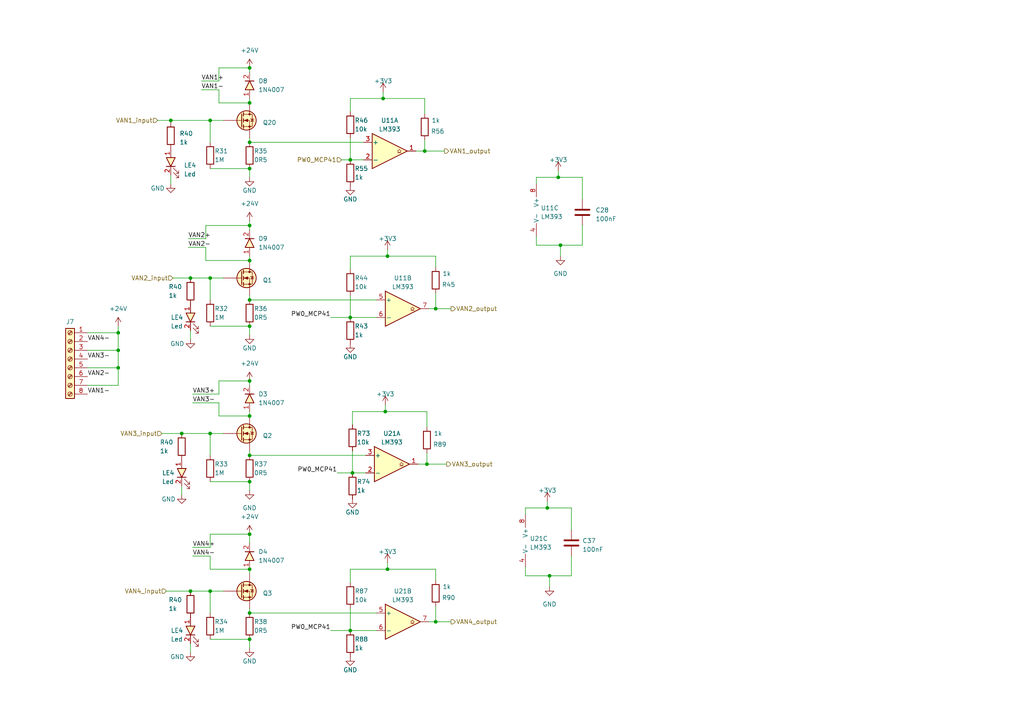
<source format=kicad_sch>
(kicad_sch (version 20230121) (generator eeschema)
  (paper "A4")
  (lib_symbols
    (symbol "Comparator:LM393" (pin_names (offset 0.127))
      (property "Reference" "U" (at 3.81 3.81 0))
      (property "Value" "LM393" (at 6.35 -3.81 0))
      (symbol "LM393_1_1"
        (polyline (pts (xy -5.08 5.08) (xy 5.08 0) (xy -5.08 -5.08) (xy -5.08 5.08)) (stroke (width 0.254)) (fill (type background)))
        (polyline (pts (xy 3.302 -0.508) (xy 2.794 -0.508) (xy 3.302 0) (xy 2.794 0.508) (xy 2.286 0) (xy 2.794 -0.508) (xy 2.286 -0.508)) (stroke (width 0.127)))
        (pin open_collector line (at 7.62 0 180) (length 2.54) (name "~") (number "1"))
        (pin input line (at -7.62 -2.54 0) (length 2.54) (name "-") (number "2"))
        (pin input line (at -7.62 2.54 0) (length 2.54) (name "+") (number "3"))
      )
      (symbol "LM393_2_1"
        (polyline (pts (xy -5.08 5.08) (xy 5.08 0) (xy -5.08 -5.08) (xy -5.08 5.08)) (stroke (width 0.254)) (fill (type background)))
        (polyline (pts (xy 3.302 -0.508) (xy 2.794 -0.508) (xy 3.302 0) (xy 2.794 0.508) (xy 2.286 0) (xy 2.794 -0.508) (xy 2.286 -0.508)) (stroke (width 0.127)))
        (pin input line (at -7.62 2.54 0) (length 2.54) (name "+") (number "5"))
        (pin input line (at -7.62 -2.54 0) (length 2.54) (name "-") (number "6"))
        (pin open_collector line (at 7.62 0 180) (length 2.54) (name "~") (number "7"))
      )
      (symbol "LM393_3_1"
        (pin power_in line (at -2.54 -7.62 90) (length 3.81) (name "V-") (number "4"))
        (pin power_in line (at -2.54 7.62 270) (length 3.81) (name "V+") (number "8"))
      )
    )
    (symbol "Connector:Screw_Terminal_01x08" (pin_names (offset 1.016) hide)
      (property "Reference" "J" (at 0 10.16 0))
      (property "Value" "Screw_Terminal_01x08" (at 0 -12.7 0))
      (symbol "Screw_Terminal_01x08_1_1"
        (rectangle (start -1.27 8.89) (end 1.27 -11.43) (stroke (width 0.254)) (fill (type background)))
        (circle (center 0 -10.16) (radius 0.635) (stroke (width 0.1524)))
        (circle (center 0 -7.62) (radius 0.635) (stroke (width 0.1524)))
        (circle (center 0 -5.08) (radius 0.635) (stroke (width 0.1524)))
        (circle (center 0 -2.54) (radius 0.635) (stroke (width 0.1524)))
        (polyline (pts (xy -0.5334 -9.8298) (xy 0.3302 -10.668)) (stroke (width 0.1524)))
        (polyline (pts (xy -0.5334 -7.2898) (xy 0.3302 -8.128)) (stroke (width 0.1524)))
        (polyline (pts (xy -0.5334 -4.7498) (xy 0.3302 -5.588)) (stroke (width 0.1524)))
        (polyline (pts (xy -0.5334 -2.2098) (xy 0.3302 -3.048)) (stroke (width 0.1524)))
        (polyline (pts (xy -0.5334 0.3302) (xy 0.3302 -0.508)) (stroke (width 0.1524)))
        (polyline (pts (xy -0.5334 2.8702) (xy 0.3302 2.032)) (stroke (width 0.1524)))
        (polyline (pts (xy -0.5334 5.4102) (xy 0.3302 4.572)) (stroke (width 0.1524)))
        (polyline (pts (xy -0.5334 7.9502) (xy 0.3302 7.112)) (stroke (width 0.1524)))
        (polyline (pts (xy -0.3556 -9.652) (xy 0.508 -10.4902)) (stroke (width 0.1524)))
        (polyline (pts (xy -0.3556 -7.112) (xy 0.508 -7.9502)) (stroke (width 0.1524)))
        (polyline (pts (xy -0.3556 -4.572) (xy 0.508 -5.4102)) (stroke (width 0.1524)))
        (polyline (pts (xy -0.3556 -2.032) (xy 0.508 -2.8702)) (stroke (width 0.1524)))
        (polyline (pts (xy -0.3556 0.508) (xy 0.508 -0.3302)) (stroke (width 0.1524)))
        (polyline (pts (xy -0.3556 3.048) (xy 0.508 2.2098)) (stroke (width 0.1524)))
        (polyline (pts (xy -0.3556 5.588) (xy 0.508 4.7498)) (stroke (width 0.1524)))
        (polyline (pts (xy -0.3556 8.128) (xy 0.508 7.2898)) (stroke (width 0.1524)))
        (circle (center 0 0) (radius 0.635) (stroke (width 0.1524)))
        (circle (center 0 2.54) (radius 0.635) (stroke (width 0.1524)))
        (circle (center 0 5.08) (radius 0.635) (stroke (width 0.1524)))
        (circle (center 0 7.62) (radius 0.635) (stroke (width 0.1524)))
        (pin passive line (at -5.08 7.62 0) (length 3.81) (name "Pin_1") (number "1"))
        (pin passive line (at -5.08 5.08 0) (length 3.81) (name "Pin_2") (number "2"))
        (pin passive line (at -5.08 2.54 0) (length 3.81) (name "Pin_3") (number "3"))
        (pin passive line (at -5.08 0 0) (length 3.81) (name "Pin_4") (number "4"))
        (pin passive line (at -5.08 -2.54 0) (length 3.81) (name "Pin_5") (number "5"))
        (pin passive line (at -5.08 -5.08 0) (length 3.81) (name "Pin_6") (number "6"))
        (pin passive line (at -5.08 -7.62 0) (length 3.81) (name "Pin_7") (number "7"))
        (pin passive line (at -5.08 -10.16 0) (length 3.81) (name "Pin_8") (number "8"))
      )
    )
    (symbol "Device:C" (pin_numbers hide) (pin_names (offset 0.254))
      (property "Reference" "C" (at 0.635 2.54 0))
      (property "Value" "C" (at 0.635 -2.54 0))
      (symbol "C_0_1"
        (polyline (pts (xy -2.032 -0.762) (xy 2.032 -0.762)) (stroke (width 0.508)))
        (polyline (pts (xy -2.032 0.762) (xy 2.032 0.762)) (stroke (width 0.508)))
      )
      (symbol "C_1_1"
        (pin passive line (at 0 3.81 270) (length 2.794) (name "~") (number "1"))
        (pin passive line (at 0 -3.81 90) (length 2.794) (name "~") (number "2"))
      )
    )
    (symbol "Device:R" (pin_numbers hide) (pin_names (offset 0))
      (property "Reference" "R" (at 2.032 0 90))
      (property "Value" "R" (at 0 0 90))
      (symbol "R_0_1"
        (rectangle (start -1.016 -2.54) (end 1.016 2.54) (stroke (width 0.254)))
      )
      (symbol "R_1_1"
        (pin passive line (at 0 3.81 270) (length 1.27) (name "~") (number "1"))
        (pin passive line (at 0 -3.81 90) (length 1.27) (name "~") (number "2"))
      )
    )
    (symbol "IVS_SYMBOLS:Led"
      (property "Reference" "LE" (at 0.508 -2.794 0))
      (property "Value" "Led" (at -0.254 2.794 0))
      (symbol "Led_0_1"
        (polyline (pts (xy 0 -1.27) (xy 0 1.27)) (stroke (width 0.254)))
        (polyline (pts (xy 2.54 -1.27) (xy 2.54 1.27) (xy 0 0) (xy 2.54 -1.27)) (stroke (width 0.254)) (fill (type background)))
        (polyline (pts (xy -1.778 -0.762) (xy -3.302 -2.286) (xy -2.54 -2.286) (xy -3.302 -2.286) (xy -3.302 -1.524)))
        (polyline (pts (xy -0.508 -0.762) (xy -2.032 -2.286) (xy -1.27 -2.286) (xy -2.032 -2.286) (xy -2.032 -1.524)))
      )
      (symbol "Led_1_1"
        (pin passive line (at 5.08 0 180) (length 2.54) (name "") (number "1"))
        (pin passive line (at -2.54 0 0) (length 2.54) (name "") (number "2"))
      )
    )
    (symbol "IVS_SYMBOLS:N_Mosfet" (pin_numbers hide) (pin_names hide)
      (property "Reference" "Q" (at 2.794 1.2192 0))
      (symbol "N_Mosfet_0_1"
        (circle (center -0.889 0) (radius 2.794) (stroke (width 0.254)) (fill (type background)))
        (circle (center 0 -1.778) (radius 0.254) (fill (type outline)))
        (polyline (pts (xy -2.286 0) (xy -5.08 0)))
        (polyline (pts (xy -2.286 1.905) (xy -2.286 -1.905)) (stroke (width 0.254)))
        (polyline (pts (xy -1.778 -1.27) (xy -1.778 -2.286)) (stroke (width 0.254)))
        (polyline (pts (xy -1.778 0.508) (xy -1.778 -0.508)) (stroke (width 0.254)))
        (polyline (pts (xy -1.778 2.286) (xy -1.778 1.27)) (stroke (width 0.254)))
        (polyline (pts (xy 0 2.54) (xy 0 1.778)))
        (polyline (pts (xy 0 -2.54) (xy 0 0) (xy -1.778 0)))
        (polyline (pts (xy -1.778 -1.778) (xy 0.762 -1.778) (xy 0.762 1.778) (xy -1.778 1.778)))
        (polyline (pts (xy -1.524 0) (xy -0.508 0.381) (xy -0.508 -0.381) (xy -1.524 0)) (fill (type outline)))
        (polyline (pts (xy 0.254 0.508) (xy 0.381 0.381) (xy 1.143 0.381) (xy 1.27 0.254)))
        (polyline (pts (xy 0.762 0.381) (xy 0.381 -0.254) (xy 1.143 -0.254) (xy 0.762 0.381)))
        (circle (center 0 1.778) (radius 0.254) (fill (type outline)))
      )
      (symbol "N_Mosfet_1_1"
        (pin input line (at -7.62 0 0) (length 2.54) (name "G") (number "1"))
        (pin passive line (at 0 -5.08 90) (length 2.54) (name "S") (number "2"))
        (pin passive line (at 0 5.08 270) (length 2.54) (name "D") (number "3"))
      )
    )
    (symbol "IVS_SYMBOL_DIR:D_Diode"
      (property "Reference" "D" (at 0 2.54 0))
      (property "Value" "D_Diode" (at 0 -2.54 0))
      (symbol "D_Diode_0_1"
        (polyline (pts (xy 0 1.27) (xy 0 -1.27)) (stroke (width 0.254)))
        (polyline (pts (xy 2.54 1.27) (xy 2.54 -1.27) (xy 0 0) (xy 2.54 1.27)) (stroke (width 0.254)) (fill (type background)))
      )
      (symbol "D_Diode_1_1"
        (pin passive line (at 5.08 0 180) (length 2.54) (name "") (number "1"))
        (pin passive line (at -2.54 0 0) (length 2.54) (name "") (number "2"))
      )
    )
    (symbol "Led_1"
      (property "Reference" "LE" (at 0.508 -2.794 0))
      (property "Value" "Led" (at -0.254 2.794 0))
      (symbol "Led_1_0_1"
        (polyline (pts (xy 0 -1.27) (xy 0 1.27)) (stroke (width 0.254)))
        (polyline (pts (xy 2.54 -1.27) (xy 2.54 1.27) (xy 0 0) (xy 2.54 -1.27)) (stroke (width 0.254)) (fill (type background)))
        (polyline (pts (xy -1.778 -0.762) (xy -3.302 -2.286) (xy -2.54 -2.286) (xy -3.302 -2.286) (xy -3.302 -1.524)))
        (polyline (pts (xy -0.508 -0.762) (xy -2.032 -2.286) (xy -1.27 -2.286) (xy -2.032 -2.286) (xy -2.032 -1.524)))
      )
      (symbol "Led_1_1_1"
        (pin passive line (at 5.08 0 180) (length 2.54) (name "") (number "1"))
        (pin passive line (at -2.54 0 0) (length 2.54) (name "") (number "2"))
      )
    )
    (symbol "Led_2"
      (property "Reference" "LE" (at 0.508 -2.794 0))
      (property "Value" "Led" (at -0.254 2.794 0))
      (symbol "Led_2_0_1"
        (polyline (pts (xy 0 -1.27) (xy 0 1.27)) (stroke (width 0.254)))
        (polyline (pts (xy 2.54 -1.27) (xy 2.54 1.27) (xy 0 0) (xy 2.54 -1.27)) (stroke (width 0.254)) (fill (type background)))
        (polyline (pts (xy -1.778 -0.762) (xy -3.302 -2.286) (xy -2.54 -2.286) (xy -3.302 -2.286) (xy -3.302 -1.524)))
        (polyline (pts (xy -0.508 -0.762) (xy -2.032 -2.286) (xy -1.27 -2.286) (xy -2.032 -2.286) (xy -2.032 -1.524)))
      )
      (symbol "Led_2_1_1"
        (pin passive line (at 5.08 0 180) (length 2.54) (name "") (number "1"))
        (pin passive line (at -2.54 0 0) (length 2.54) (name "") (number "2"))
      )
    )
    (symbol "Led_3"
      (property "Reference" "LE" (at 0.508 -2.794 0))
      (property "Value" "Led" (at -0.254 2.794 0))
      (symbol "Led_3_0_1"
        (polyline (pts (xy 0 -1.27) (xy 0 1.27)) (stroke (width 0.254)))
        (polyline (pts (xy 2.54 -1.27) (xy 2.54 1.27) (xy 0 0) (xy 2.54 -1.27)) (stroke (width 0.254)) (fill (type background)))
        (polyline (pts (xy -1.778 -0.762) (xy -3.302 -2.286) (xy -2.54 -2.286) (xy -3.302 -2.286) (xy -3.302 -1.524)))
        (polyline (pts (xy -0.508 -0.762) (xy -2.032 -2.286) (xy -1.27 -2.286) (xy -2.032 -2.286) (xy -2.032 -1.524)))
      )
      (symbol "Led_3_1_1"
        (pin passive line (at 5.08 0 180) (length 2.54) (name "") (number "1"))
        (pin passive line (at -2.54 0 0) (length 2.54) (name "") (number "2"))
      )
    )
    (symbol "power:+24V" (power) (pin_names (offset 0))
      (property "Value" "+24V" (at 0 3.556 0))
      (symbol "+24V_0_1"
        (polyline (pts (xy -0.762 1.27) (xy 0 2.54)))
        (polyline (pts (xy 0 0) (xy 0 2.54)))
        (polyline (pts (xy 0 2.54) (xy 0.762 1.27)))
      )
      (symbol "+24V_1_1"
        (pin power_in line (at 0 0 90) (length 0) hide (name "+24V") (number "1"))
      )
    )
    (symbol "power:+3V3" (power) (pin_names (offset 0))
      (property "Value" "+3V3" (at 0 3.556 0))
      (symbol "+3V3_0_1"
        (polyline (pts (xy -0.762 1.27) (xy 0 2.54)))
        (polyline (pts (xy 0 0) (xy 0 2.54)))
        (polyline (pts (xy 0 2.54) (xy 0.762 1.27)))
      )
      (symbol "+3V3_1_1"
        (pin power_in line (at 0 0 90) (length 0) hide (name "+3V3") (number "1"))
      )
    )
    (symbol "power:GND" (power) (pin_names (offset 0))
      (property "Value" "GND" (at 0 -3.81 0))
      (symbol "GND_0_1"
        (polyline (pts (xy 0 0) (xy 0 -1.27) (xy 1.27 -1.27) (xy 0 -2.54) (xy -1.27 -1.27) (xy 0 -1.27)))
      )
      (symbol "GND_1_1"
        (pin power_in line (at 0 0 270) (length 0) hide (name "GND") (number "1"))
      )
    )
  )
  (junction (at 123.19 43.815))
  (junction (at 111.125 28.575))
  (junction (at 159.385 167.005))
  (junction (at 72.39 86.995))
  (junction (at 123.825 134.62))
  (junction (at 55.245 171.45))
  (junction (at 112.395 74.295))
  (junction (at 101.6 92.075))
  (junction (at 60.96 125.73))
  (junction (at 162.56 71.12))
  (junction (at 34.29 106.68))
  (junction (at 72.39 75.565))
  (junction (at 52.705 125.73))
  (junction (at 101.6 46.355))
  (junction (at 72.39 165.1))
  (junction (at 112.395 165.1))
  (junction (at 101.6 182.88))
  (junction (at 49.53 34.925))
  (junction (at 72.39 177.8))
  (junction (at 72.39 132.08))
  (junction (at 72.39 185.42))
  (junction (at 126.365 180.34))
  (junction (at 72.39 48.895))
  (junction (at 34.29 101.6))
  (junction (at 72.39 94.615))
  (junction (at 126.365 89.535))
  (junction (at 161.925 51.435))
  (junction (at 72.39 120.65))
  (junction (at 72.39 139.7))
  (junction (at 102.235 137.16))
  (junction (at 72.39 154.94))
  (junction (at 60.96 80.645))
  (junction (at 72.39 65.405))
  (junction (at 60.96 34.925))
  (junction (at 72.39 110.49))
  (junction (at 72.39 29.845))
  (junction (at 60.96 171.45))
  (junction (at 158.75 147.32))
  (junction (at 34.29 96.52))
  (junction (at 72.39 19.685))
  (junction (at 111.76 119.38))
  (junction (at 72.39 41.275))
  (junction (at 55.245 80.645))
  (wire (pts (xy 101.6 40.005) (xy 101.6 46.355)))
  (wire (pts (xy 101.6 78.105) (xy 101.6 74.295)))
  (wire (pts (xy 60.96 125.73) (xy 64.77 125.73)))
  (wire (pts (xy 112.395 74.295) (xy 126.365 74.295)))
  (wire (pts (xy 49.53 34.925) (xy 60.96 34.925)))
  (wire (pts (xy 152.4 147.32) (xy 152.4 149.225)))
  (wire (pts (xy 60.96 41.275) (xy 60.96 34.925)))
  (wire (pts (xy 123.19 43.815) (xy 128.905 43.815)))
  (wire (pts (xy 123.825 131.445) (xy 123.825 134.62)))
  (wire (pts (xy 152.4 167.005) (xy 159.385 167.005)))
  (wire (pts (xy 123.19 28.575) (xy 111.125 28.575)))
  (wire (pts (xy 126.365 89.535) (xy 130.81 89.535)))
  (wire (pts (xy 59.69 75.565) (xy 72.39 75.565)))
  (wire (pts (xy 101.6 74.295) (xy 112.395 74.295)))
  (wire (pts (xy 34.29 106.68) (xy 34.29 111.76)))
  (wire (pts (xy 54.61 69.215) (xy 59.69 69.215)))
  (wire (pts (xy 109.22 86.995) (xy 72.39 86.995)))
  (wire (pts (xy 72.39 130.81) (xy 72.39 132.08)))
  (wire (pts (xy 165.735 153.67) (xy 165.735 147.32)))
  (wire (pts (xy 111.76 117.475) (xy 111.76 119.38)))
  (wire (pts (xy 109.22 177.8) (xy 72.39 177.8)))
  (wire (pts (xy 50.165 80.645) (xy 55.245 80.645)))
  (wire (pts (xy 58.42 23.495) (xy 63.5 23.495)))
  (wire (pts (xy 111.125 28.575) (xy 101.6 28.575)))
  (wire (pts (xy 63.5 26.035) (xy 63.5 29.845)))
  (wire (pts (xy 72.39 28.575) (xy 72.39 29.845)))
  (wire (pts (xy 123.825 123.825) (xy 123.825 119.38)))
  (wire (pts (xy 60.96 177.8) (xy 60.96 171.45)))
  (wire (pts (xy 101.6 92.075) (xy 109.22 92.075)))
  (wire (pts (xy 126.365 165.1) (xy 126.365 168.275)))
  (wire (pts (xy 123.825 134.62) (xy 129.54 134.62)))
  (wire (pts (xy 95.885 182.88) (xy 101.6 182.88)))
  (wire (pts (xy 168.91 57.785) (xy 168.91 51.435)))
  (wire (pts (xy 102.235 137.16) (xy 106.045 137.16)))
  (wire (pts (xy 101.6 32.385) (xy 101.6 28.575)))
  (wire (pts (xy 72.39 185.42) (xy 72.39 187.96)))
  (wire (pts (xy 126.365 180.34) (xy 130.81 180.34)))
  (wire (pts (xy 159.385 167.005) (xy 165.735 167.005)))
  (wire (pts (xy 161.925 51.435) (xy 155.575 51.435)))
  (wire (pts (xy 34.29 94.615) (xy 34.29 96.52)))
  (wire (pts (xy 49.53 50.8) (xy 49.53 53.34)))
  (wire (pts (xy 72.39 110.49) (xy 72.39 111.76)))
  (wire (pts (xy 165.735 147.32) (xy 158.75 147.32)))
  (wire (pts (xy 63.5 114.3) (xy 63.5 110.49)))
  (wire (pts (xy 101.6 168.91) (xy 101.6 165.1)))
  (wire (pts (xy 158.75 145.415) (xy 158.75 147.32)))
  (wire (pts (xy 60.96 185.42) (xy 72.39 185.42)))
  (wire (pts (xy 165.735 167.005) (xy 165.735 161.29)))
  (wire (pts (xy 111.125 26.67) (xy 111.125 28.575)))
  (wire (pts (xy 60.96 94.615) (xy 72.39 94.615)))
  (wire (pts (xy 72.39 74.295) (xy 72.39 75.565)))
  (wire (pts (xy 55.245 186.69) (xy 55.245 189.23)))
  (wire (pts (xy 60.96 34.925) (xy 64.77 34.925)))
  (wire (pts (xy 101.6 165.1) (xy 112.395 165.1)))
  (wire (pts (xy 25.4 96.52) (xy 34.29 96.52)))
  (wire (pts (xy 123.19 33.02) (xy 123.19 28.575)))
  (wire (pts (xy 34.29 101.6) (xy 34.29 106.68)))
  (wire (pts (xy 72.39 85.725) (xy 72.39 86.995)))
  (wire (pts (xy 161.925 49.53) (xy 161.925 51.435)))
  (wire (pts (xy 158.75 147.32) (xy 152.4 147.32)))
  (wire (pts (xy 60.96 165.1) (xy 72.39 165.1)))
  (wire (pts (xy 112.395 165.1) (xy 126.365 165.1)))
  (wire (pts (xy 152.4 164.465) (xy 152.4 167.005)))
  (wire (pts (xy 49.53 35.56) (xy 49.53 34.925)))
  (wire (pts (xy 55.88 116.84) (xy 63.5 116.84)))
  (wire (pts (xy 63.5 29.845) (xy 72.39 29.845)))
  (wire (pts (xy 72.39 94.615) (xy 72.39 97.155)))
  (wire (pts (xy 126.365 180.34) (xy 124.46 180.34)))
  (wire (pts (xy 46.99 125.73) (xy 52.705 125.73)))
  (wire (pts (xy 48.26 171.45) (xy 55.245 171.45)))
  (wire (pts (xy 52.705 125.73) (xy 60.96 125.73)))
  (wire (pts (xy 72.39 132.08) (xy 106.045 132.08)))
  (wire (pts (xy 55.245 80.645) (xy 60.96 80.645)))
  (wire (pts (xy 55.245 171.45) (xy 60.96 171.45)))
  (wire (pts (xy 126.365 85.09) (xy 126.365 89.535)))
  (wire (pts (xy 112.395 163.195) (xy 112.395 165.1)))
  (wire (pts (xy 59.69 69.215) (xy 59.69 65.405)))
  (wire (pts (xy 60.96 158.75) (xy 60.96 154.94)))
  (wire (pts (xy 168.91 51.435) (xy 161.925 51.435)))
  (wire (pts (xy 112.395 72.39) (xy 112.395 74.295)))
  (wire (pts (xy 72.39 165.1) (xy 72.39 166.37)))
  (wire (pts (xy 55.88 114.3) (xy 63.5 114.3)))
  (wire (pts (xy 63.5 19.685) (xy 72.39 19.685)))
  (wire (pts (xy 102.235 123.19) (xy 102.235 119.38)))
  (wire (pts (xy 63.5 23.495) (xy 63.5 19.685)))
  (wire (pts (xy 34.29 96.52) (xy 34.29 101.6)))
  (wire (pts (xy 60.96 171.45) (xy 64.77 171.45)))
  (wire (pts (xy 60.96 139.7) (xy 72.39 139.7)))
  (wire (pts (xy 72.39 176.53) (xy 72.39 177.8)))
  (wire (pts (xy 72.39 65.405) (xy 72.39 66.675)))
  (wire (pts (xy 101.6 176.53) (xy 101.6 182.88)))
  (wire (pts (xy 120.65 43.815) (xy 123.19 43.815)))
  (wire (pts (xy 155.575 71.12) (xy 162.56 71.12)))
  (wire (pts (xy 60.96 125.73) (xy 60.96 132.08)))
  (wire (pts (xy 55.88 158.75) (xy 60.96 158.75)))
  (wire (pts (xy 60.96 154.94) (xy 72.39 154.94)))
  (wire (pts (xy 99.06 46.355) (xy 101.6 46.355)))
  (wire (pts (xy 59.69 71.755) (xy 59.69 75.565)))
  (wire (pts (xy 72.39 40.005) (xy 72.39 41.275)))
  (wire (pts (xy 102.235 130.81) (xy 102.235 137.16)))
  (wire (pts (xy 72.39 139.7) (xy 72.39 142.24)))
  (wire (pts (xy 123.19 40.64) (xy 123.19 43.815)))
  (wire (pts (xy 55.245 95.885) (xy 55.245 98.425)))
  (wire (pts (xy 72.39 119.38) (xy 72.39 120.65)))
  (wire (pts (xy 63.5 110.49) (xy 72.39 110.49)))
  (wire (pts (xy 63.5 116.84) (xy 63.5 120.65)))
  (wire (pts (xy 34.29 111.76) (xy 25.4 111.76)))
  (wire (pts (xy 126.365 74.295) (xy 126.365 77.47)))
  (wire (pts (xy 111.76 119.38) (xy 102.235 119.38)))
  (wire (pts (xy 162.56 71.12) (xy 162.56 74.295)))
  (wire (pts (xy 159.385 167.005) (xy 159.385 170.18)))
  (wire (pts (xy 60.96 86.995) (xy 60.96 80.645)))
  (wire (pts (xy 25.4 101.6) (xy 34.29 101.6)))
  (wire (pts (xy 126.365 89.535) (xy 124.46 89.535)))
  (wire (pts (xy 95.885 92.075) (xy 101.6 92.075)))
  (wire (pts (xy 168.91 71.12) (xy 168.91 65.405)))
  (wire (pts (xy 59.69 65.405) (xy 72.39 65.405)))
  (wire (pts (xy 162.56 71.12) (xy 168.91 71.12)))
  (wire (pts (xy 155.575 51.435) (xy 155.575 53.34)))
  (wire (pts (xy 72.39 64.135) (xy 72.39 65.405)))
  (wire (pts (xy 52.705 140.97) (xy 52.705 143.51)))
  (wire (pts (xy 97.79 137.16) (xy 102.235 137.16)))
  (wire (pts (xy 58.42 26.035) (xy 63.5 26.035)))
  (wire (pts (xy 101.6 85.725) (xy 101.6 92.075)))
  (wire (pts (xy 60.96 161.29) (xy 60.96 165.1)))
  (wire (pts (xy 121.285 134.62) (xy 123.825 134.62)))
  (wire (pts (xy 25.4 106.68) (xy 34.29 106.68)))
  (wire (pts (xy 63.5 120.65) (xy 72.39 120.65)))
  (wire (pts (xy 72.39 48.895) (xy 72.39 51.435)))
  (wire (pts (xy 72.39 154.94) (xy 72.39 157.48)))
  (wire (pts (xy 126.365 175.895) (xy 126.365 180.34)))
  (wire (pts (xy 101.6 182.88) (xy 109.22 182.88)))
  (wire (pts (xy 55.88 161.29) (xy 60.96 161.29)))
  (wire (pts (xy 60.96 48.895) (xy 72.39 48.895)))
  (wire (pts (xy 45.72 34.925) (xy 49.53 34.925)))
  (wire (pts (xy 123.825 119.38) (xy 111.76 119.38)))
  (wire (pts (xy 54.61 71.755) (xy 59.69 71.755)))
  (wire (pts (xy 72.39 41.275) (xy 105.41 41.275)))
  (wire (pts (xy 155.575 68.58) (xy 155.575 71.12)))
  (wire (pts (xy 72.39 19.685) (xy 72.39 20.955)))
  (wire (pts (xy 60.96 80.645) (xy 64.77 80.645)))
  (wire (pts (xy 101.6 46.355) (xy 105.41 46.355)))
  (label "VAN2-" (at 54.61 71.755 0))
  (label "VAN1+" (at 58.42 23.495 0))
  (label "VAN3+" (at 55.88 114.3 0))
  (label "PW0_MCP41" (at 95.885 92.075 180))
  (label "VAN4-" (at 55.88 161.29 0))
  (label "PW0_MCP41" (at 97.79 137.16 180))
  (label "VAN4-" (at 25.4 99.06 0))
  (label "VAN2-" (at 25.4 109.22 0))
  (label "VAN4+" (at 55.88 158.75 0))
  (label "VAN3-" (at 55.88 116.84 0))
  (label "PW0_MCP41" (at 95.885 182.88 180))
  (label "VAN2+" (at 54.61 69.215 0))
  (label "VAN1-" (at 25.4 114.3 0))
  (label "VAN3-" (at 25.4 104.14 0))
  (label "VAN1-" (at 58.42 26.035 0))
  (hierarchical_label "VAN2_input" (shape input) (at 50.165 80.645 180))
  (hierarchical_label "PW0_MCP41" (shape input) (at 99.06 46.355 180))
  (hierarchical_label "VAN4_input" (shape input) (at 48.26 171.45 180))
  (hierarchical_label "VAN1_output" (shape output) (at 128.905 43.815 0))
  (hierarchical_label "VAN3_input" (shape input) (at 46.99 125.73 180))
  (hierarchical_label "VAN4_output" (shape output) (at 130.81 180.34 0))
  (hierarchical_label "VAN1_input" (shape input) (at 45.72 34.925 180))
  (hierarchical_label "VAN2_output" (shape output) (at 130.81 89.535 0))
  (hierarchical_label "VAN3_output" (shape output) (at 129.54 134.62 0))
  (symbol (lib_id "power:+24V") (at 34.29 94.615 0) (unit 1)
    (property "Reference" "#PWR088" (effects hide))
    (property "Value" "+24V" (at 34.29 89.535 0))
  )
  (symbol (lib_id "Device:R") (at 60.96 90.805 0) (unit 1)
    (property "Reference" "R32" (at 62.23 89.535 0) (effects (justify left)))
    (property "Value" "1M" (at 62.23 92.075 0) (effects (justify left)))
    (property "Footprint" "IVS_FOOTPRINTS:R_0603" (effects hide))
  )
  (symbol (lib_id "power:GND") (at 162.56 74.295 0) (unit 1)
    (property "Reference" "#PWR081" (effects hide))
    (property "Value" "GND" (at 162.56 79.375 0))
  )
  (symbol (lib_id "IVS_SYMBOLS:N_Mosfet") (at 72.39 171.45 0) (unit 1)
    (property "Reference" "Q3" (at 76.2 172.085 0) (effects (justify left)))
    (property "Value" "N_Mosfet" (effects hide))
    (property "Footprint" "IVS_FOOTPRINTS:SOT23-3" (effects hide))
    (property "Datasheet" "https://www.onsemi.com/pub/Collateral/BSS138-D.PDF" (effects hide))
  )
  (symbol (lib_id "power:GND") (at 159.385 170.18 0) (unit 1)
    (property "Reference" "#PWR0123" (effects hide))
    (property "Value" "GND" (at 159.385 175.26 0))
  )
  (symbol (lib_id "power:GND") (at 101.6 190.5 0) (unit 1)
    (property "Reference" "#PWR0102" (effects hide))
    (property "Value" "GND" (at 101.6 194.31 0))
  )
  (symbol (lib_id "power:+3V3") (at 112.395 163.195 0) (unit 1)
    (property "Reference" "#PWR0121" (effects hide))
    (property "Value" "+3V3" (at 112.395 160.02 0))
  )
  (symbol (lib_name "Led_1") (lib_id "IVS_SYMBOLS:Led") (at 52.705 138.43 90) (unit 1)
    (property "Reference" "LE4" (at 46.99 137.16 90) (effects (justify right)))
    (property "Value" "Led" (at 46.99 139.7 90) (effects (justify right)))
    (property "Footprint" "IVS_FOOTPRINTS:LED_0603" (effects hide))
    (instances (project "dongtam" (path "" (reference "LE4") (unit 1)) (path "" (reference "LE8") (unit 1))))
  )
  (symbol (lib_id "power:GND") (at 102.235 144.78 0) (unit 1)
    (property "Reference" "#PWR091" (effects hide))
    (property "Value" "GND" (at 102.235 148.59 0))
  )
  (symbol (lib_id "power:+24V") (at 72.39 19.685 0) (unit 1)
    (property "Reference" "#PWR073" (effects hide))
    (property "Value" "+24V" (at 72.39 14.605 0))
  )
  (symbol (lib_id "power:GND") (at 101.6 99.695 0) (unit 1)
    (property "Reference" "#PWR082" (effects hide))
    (property "Value" "GND" (at 101.6 103.505 0))
  )
  (symbol (lib_id "Device:R") (at 72.39 181.61 0) (unit 1)
    (property "Reference" "R38" (at 73.66 180.34 0) (effects (justify left)))
    (property "Value" "0R5" (at 73.66 182.88 0) (effects (justify left)))
    (property "Footprint" "IVS_FOOTPRINTS:R_0805" (effects hide))
  )
  (symbol (lib_name "Led_2") (lib_id "IVS_SYMBOLS:Led") (at 55.245 93.345 90) (unit 1)
    (property "Reference" "LE4" (at 49.53 92.075 90) (effects (justify right)))
    (property "Value" "Led" (at 49.53 94.615 90) (effects (justify right)))
    (property "Footprint" "IVS_FOOTPRINTS:LED_0603" (effects hide))
    (instances (project "dongtam" (path "" (reference "LE4") (unit 1)) (path "" (reference "LE7") (unit 1))))
  )
  (symbol (lib_id "Device:R") (at 55.245 84.455 0) (unit 1)
    (property "Reference" "R40" (at 48.895 83.185 0) (effects (justify left)))
    (property "Value" "1k" (at 48.895 85.725 0) (effects (justify left)))
    (property "Footprint" "IVS_FOOTPRINTS:R_0603" (effects hide))
    (instances (project "dongtam" (path "" (reference "R40") (unit 1)) (path "" (reference "R115") (unit 1))))
  )
  (symbol (lib_id "Device:R") (at 60.96 135.89 0) (unit 1)
    (property "Reference" "R33" (at 62.23 134.62 0) (effects (justify left)))
    (property "Value" "1M" (at 62.23 137.16 0) (effects (justify left)))
    (property "Footprint" "IVS_FOOTPRINTS:R_0603" (effects hide))
  )
  (symbol (lib_id "power:+3V3") (at 158.75 145.415 0) (unit 1)
    (property "Reference" "#PWR0122" (effects hide))
    (property "Value" "+3V3" (at 158.75 142.24 0))
  )
  (symbol (lib_id "IVS_SYMBOLS:N_Mosfet") (at 72.39 125.73 0) (unit 1)
    (property "Reference" "Q2" (at 76.2 126.365 0) (effects (justify left)))
    (property "Value" "N_Mosfet" (effects hide))
    (property "Footprint" "IVS_FOOTPRINTS:SOT23-3" (effects hide))
    (property "Datasheet" "https://www.onsemi.com/pub/Collateral/BSS138-D.PDF" (effects hide))
  )
  (symbol (lib_id "IVS_SYMBOLS:Led") (at 55.245 184.15 90) (unit 1)
    (property "Reference" "LE4" (at 49.53 182.88 90) (effects (justify right)))
    (property "Value" "Led" (at 49.53 185.42 90) (effects (justify right)))
    (property "Footprint" "IVS_FOOTPRINTS:LED_0603" (effects hide))
    (instances (project "dongtam" (path "" (reference "LE4") (unit 1)) (path "" (reference "LE9") (unit 1))))
  )
  (symbol (lib_id "Device:R") (at 52.705 129.54 0) (unit 1)
    (property "Reference" "R40" (at 46.355 128.27 0) (effects (justify left)))
    (property "Value" "1k" (at 46.355 130.81 0) (effects (justify left)))
    (property "Footprint" "IVS_FOOTPRINTS:R_0603" (effects hide))
    (instances (project "dongtam" (path "" (reference "R40") (unit 1)) (path "" (reference "R116") (unit 1))))
  )
  (symbol (lib_id "Comparator:LM393") (at 116.84 89.535 0) (unit 2)
    (property "Reference" "U11" (at 116.84 80.645 0))
    (property "Value" "LM393" (at 116.84 83.185 0))
    (property "Footprint" "IVS_FOOTPRINTS:SOIC-8_3.9x4.9mm_P1.27mm" (effects hide))
    (property "Datasheet" "http://www.ti.com/lit/ds/symlink/lm393.pdf" (effects hide))
  )
  (symbol (lib_id "power:GND") (at 49.53 53.34 0) (unit 1)
    (property "Reference" "#PWR083" (effects hide))
    (property "Value" "GND" (at 45.72 54.61 0))
    (instances (project "dongtam" (path "" (reference "#PWR083") (unit 1)) (path "" (reference "#PWR0124") (unit 1))))
  )
  (symbol (lib_id "Comparator:LM393") (at 113.03 43.815 0) (unit 1)
    (property "Reference" "U11" (at 113.03 34.925 0))
    (property "Value" "LM393" (at 113.03 37.465 0))
    (property "Footprint" "IVS_FOOTPRINTS:SOIC-8_3.9x4.9mm_P1.27mm" (effects hide))
    (property "Datasheet" "http://www.ti.com/lit/ds/symlink/lm393.pdf" (effects hide))
  )
  (symbol (lib_id "Connector:Screw_Terminal_01x08") (at 20.32 104.14 0) (mirror y) (unit 1)
    (property "Reference" "J7" (at 20.32 93.345 0))
    (property "Value" "Screw_Terminal_01x08" (effects hide))
    (property "Footprint" "IVS_FOOTPRINTS:HT-3.96mm" (effects hide))
  )
  (symbol (lib_id "Device:R") (at 101.6 36.195 0) (unit 1)
    (property "Reference" "R46" (at 102.87 34.925 0) (effects (justify left)))
    (property "Value" "10k" (at 102.87 37.465 0) (effects (justify left)))
    (property "Footprint" "IVS_FOOTPRINTS:R_0603" (effects hide))
  )
  (symbol (lib_id "power:GND") (at 101.6 53.975 0) (unit 1)
    (property "Reference" "#PWR089" (effects hide))
    (property "Value" "GND" (at 101.6 57.785 0))
  )
  (symbol (lib_id "Device:R") (at 101.6 95.885 0) (unit 1)
    (property "Reference" "R43" (at 102.87 94.615 0) (effects (justify left)))
    (property "Value" "1k" (at 102.87 97.155 0) (effects (justify left)))
    (property "Footprint" "IVS_FOOTPRINTS:R_0603" (effects hide))
  )
  (symbol (lib_id "power:+24V") (at 72.39 64.135 0) (unit 1)
    (property "Reference" "#PWR075" (effects hide))
    (property "Value" "+24V" (at 72.39 59.055 0))
  )
  (symbol (lib_id "Device:R") (at 60.96 181.61 0) (unit 1)
    (property "Reference" "R34" (at 62.23 180.34 0) (effects (justify left)))
    (property "Value" "1M" (at 62.23 182.88 0) (effects (justify left)))
    (property "Footprint" "IVS_FOOTPRINTS:R_0603" (effects hide))
  )
  (symbol (lib_id "Device:R") (at 72.39 45.085 0) (unit 1)
    (property "Reference" "R35" (at 73.66 43.815 0) (effects (justify left)))
    (property "Value" "0R5" (at 73.66 46.355 0) (effects (justify left)))
    (property "Footprint" "IVS_FOOTPRINTS:R_0805" (effects hide))
  )
  (symbol (lib_id "Device:R") (at 101.6 186.69 0) (unit 1)
    (property "Reference" "R88" (at 102.87 185.42 0) (effects (justify left)))
    (property "Value" "1k" (at 102.87 187.96 0) (effects (justify left)))
    (property "Footprint" "IVS_FOOTPRINTS:R_0603" (effects hide))
  )
  (symbol (lib_id "Device:R") (at 102.235 127 0) (unit 1)
    (property "Reference" "R73" (at 103.505 125.73 0) (effects (justify left)))
    (property "Value" "10k" (at 103.505 128.27 0) (effects (justify left)))
    (property "Footprint" "IVS_FOOTPRINTS:R_0603" (effects hide))
  )
  (symbol (lib_id "Device:R") (at 126.365 81.28 180) (unit 1)
    (property "Reference" "R45" (at 132.08 82.55 0) (effects (justify left)))
    (property "Value" "1k" (at 130.81 79.375 0) (effects (justify left)))
    (property "Footprint" "IVS_FOOTPRINTS:R_0603" (effects hide))
  )
  (symbol (lib_id "Device:R") (at 55.245 175.26 0) (unit 1)
    (property "Reference" "R40" (at 48.895 173.99 0) (effects (justify left)))
    (property "Value" "1k" (at 48.895 176.53 0) (effects (justify left)))
    (property "Footprint" "IVS_FOOTPRINTS:R_0603" (effects hide))
    (instances (project "dongtam" (path "" (reference "R40") (unit 1)) (path "" (reference "R117") (unit 1))))
  )
  (symbol (lib_id "power:GND") (at 72.39 142.24 0) (unit 1)
    (property "Reference" "#PWR078" (effects hide))
    (property "Value" "GND" (at 72.39 147.32 0))
  )
  (symbol (lib_id "Device:C") (at 165.735 157.48 0) (unit 1)
    (property "Reference" "C37" (at 168.91 156.845 0) (effects (justify left)))
    (property "Value" "100nF" (at 168.91 159.385 0) (effects (justify left)))
    (property "Footprint" "IVS_FOOTPRINTS:C_0603" (effects hide))
  )
  (symbol (lib_id "IVS_SYMBOLS:N_Mosfet") (at 72.39 80.645 0) (unit 1)
    (property "Reference" "Q1" (at 76.2 81.28 0) (effects (justify left)))
    (property "Value" "N_Mosfet" (effects hide))
    (property "Footprint" "IVS_FOOTPRINTS:SOT23-3" (effects hide))
    (property "Datasheet" "https://www.onsemi.com/pub/Collateral/BSS138-D.PDF" (effects hide))
  )
  (symbol (lib_id "power:+24V") (at 72.39 110.49 0) (unit 1)
    (property "Reference" "#PWR077" (effects hide))
    (property "Value" "+24V" (at 72.39 105.41 0))
  )
  (symbol (lib_id "Device:R") (at 102.235 140.97 0) (unit 1)
    (property "Reference" "R74" (at 103.505 139.7 0) (effects (justify left)))
    (property "Value" "1k" (at 103.505 142.24 0) (effects (justify left)))
    (property "Footprint" "IVS_FOOTPRINTS:R_0603" (effects hide))
  )
  (symbol (lib_id "power:+3V3") (at 111.76 117.475 0) (unit 1)
    (property "Reference" "#PWR0105" (effects hide))
    (property "Value" "+3V3" (at 111.76 114.3 0))
  )
  (symbol (lib_id "Comparator:LM393") (at 113.665 134.62 0) (unit 1)
    (property "Reference" "U21" (at 113.665 125.73 0))
    (property "Value" "LM393" (at 113.665 128.27 0))
    (property "Footprint" "IVS_FOOTPRINTS:SOIC-8_3.9x4.9mm_P1.27mm" (effects hide))
    (property "Datasheet" "http://www.ti.com/lit/ds/symlink/lm393.pdf" (effects hide))
  )
  (symbol (lib_id "Comparator:LM393") (at 154.94 156.845 0) (unit 3)
    (property "Reference" "U21" (at 153.67 156.21 0) (effects (justify left)))
    (property "Value" "LM393" (at 153.67 158.75 0) (effects (justify left)))
    (property "Footprint" "IVS_FOOTPRINTS:SOIC-8_3.9x4.9mm_P1.27mm" (effects hide))
    (property "Datasheet" "http://www.ti.com/lit/ds/symlink/lm393.pdf" (effects hide))
  )
  (symbol (lib_id "IVS_SYMBOL_DIR:D_Diode") (at 72.39 114.3 270) (unit 1)
    (property "Reference" "D3" (at 74.93 114.2999 90) (effects (justify left)))
    (property "Value" "1N4007" (at 74.93 116.8399 90) (effects (justify left)))
    (property "Footprint" "IVS_FOOTPRINTS:D_SOD323" (effects hide))
  )
  (symbol (lib_id "power:GND") (at 55.245 189.23 0) (unit 1)
    (property "Reference" "#PWR083" (effects hide))
    (property "Value" "GND" (at 51.435 190.5 0))
    (instances (project "dongtam" (path "" (reference "#PWR083") (unit 1)) (path "" (reference "#PWR0142") (unit 1))))
  )
  (symbol (lib_id "power:GND") (at 72.39 187.96 0) (unit 1)
    (property "Reference" "#PWR080" (effects hide))
    (property "Value" "GND" (at 72.39 191.77 0))
  )
  (symbol (lib_id "Comparator:LM393") (at 116.84 180.34 0) (unit 2)
    (property "Reference" "U21" (at 116.84 171.45 0))
    (property "Value" "LM393" (at 116.84 173.99 0))
    (property "Footprint" "IVS_FOOTPRINTS:SOIC-8_3.9x4.9mm_P1.27mm" (effects hide))
    (property "Datasheet" "http://www.ti.com/lit/ds/symlink/lm393.pdf" (effects hide))
  )
  (symbol (lib_id "Device:R") (at 49.53 39.37 0) (unit 1)
    (property "Reference" "R40" (at 52.07 38.735 0) (effects (justify left)))
    (property "Value" "1k" (at 52.07 41.275 0) (effects (justify left)))
    (property "Footprint" "IVS_FOOTPRINTS:R_0603" (effects hide))
    (instances (project "dongtam" (path "" (reference "R40") (unit 1)) (path "" (reference "R114") (unit 1))))
  )
  (symbol (lib_id "power:GND") (at 55.245 98.425 0) (unit 1)
    (property "Reference" "#PWR083" (effects hide))
    (property "Value" "GND" (at 51.435 99.695 0))
    (instances (project "dongtam" (path "" (reference "#PWR083") (unit 1)) (path "" (reference "#PWR0140") (unit 1))))
  )
  (symbol (lib_id "Device:R") (at 60.96 45.085 0) (unit 1)
    (property "Reference" "R31" (at 62.23 43.815 0) (effects (justify left)))
    (property "Value" "1M" (at 62.23 46.355 0) (effects (justify left)))
    (property "Footprint" "IVS_FOOTPRINTS:R_0603" (effects hide))
  )
  (symbol (lib_id "Device:R") (at 72.39 135.89 0) (unit 1)
    (property "Reference" "R37" (at 73.66 134.62 0) (effects (justify left)))
    (property "Value" "0R5" (at 73.66 137.16 0) (effects (justify left)))
    (property "Footprint" "IVS_FOOTPRINTS:R_0805" (effects hide))
  )
  (symbol (lib_id "IVS_SYMBOLS:N_Mosfet") (at 72.39 34.925 0) (unit 1)
    (property "Reference" "Q20" (at 76.2 35.56 0) (effects (justify left)))
    (property "Value" "N_Mosfet" (effects hide))
    (property "Footprint" "IVS_FOOTPRINTS:SOT23-3" (effects hide))
    (property "Datasheet" "https://www.onsemi.com/pub/Collateral/BSS138-D.PDF" (effects hide))
  )
  (symbol (lib_id "IVS_SYMBOL_DIR:D_Diode") (at 72.39 23.495 270) (unit 1)
    (property "Reference" "D8" (at 74.93 23.4949 90) (effects (justify left)))
    (property "Value" "1N4007" (at 74.93 26.0349 90) (effects (justify left)))
    (property "Footprint" "IVS_FOOTPRINTS:D_SOD323" (effects hide))
  )
  (symbol (lib_id "Device:R") (at 101.6 50.165 0) (unit 1)
    (property "Reference" "R55" (at 102.87 48.895 0) (effects (justify left)))
    (property "Value" "1k" (at 102.87 51.435 0) (effects (justify left)))
    (property "Footprint" "IVS_FOOTPRINTS:R_0603" (effects hide))
  )
  (symbol (lib_id "power:+3V3") (at 112.395 72.39 0) (unit 1)
    (property "Reference" "#PWR087" (effects hide))
    (property "Value" "+3V3" (at 112.395 69.215 0))
  )
  (symbol (lib_id "Device:R") (at 101.6 81.915 0) (unit 1)
    (property "Reference" "R44" (at 102.87 80.645 0) (effects (justify left)))
    (property "Value" "10k" (at 102.87 83.185 0) (effects (justify left)))
    (property "Footprint" "IVS_FOOTPRINTS:R_0603" (effects hide))
  )
  (symbol (lib_id "IVS_SYMBOL_DIR:D_Diode") (at 72.39 69.215 270) (unit 1)
    (property "Reference" "D9" (at 74.93 69.2149 90) (effects (justify left)))
    (property "Value" "1N4007" (at 74.93 71.7549 90) (effects (justify left)))
    (property "Footprint" "IVS_FOOTPRINTS:D_SOD323" (effects hide))
  )
  (symbol (lib_id "power:GND") (at 52.705 143.51 0) (unit 1)
    (property "Reference" "#PWR083" (effects hide))
    (property "Value" "GND" (at 48.895 144.78 0))
    (instances (project "dongtam" (path "" (reference "#PWR083") (unit 1)) (path "" (reference "#PWR0141") (unit 1))))
  )
  (symbol (lib_id "Device:R") (at 123.19 36.83 180) (unit 1)
    (property "Reference" "R56" (at 128.905 38.1 0) (effects (justify left)))
    (property "Value" "1k" (at 127.635 34.925 0) (effects (justify left)))
    (property "Footprint" "IVS_FOOTPRINTS:R_0603" (effects hide))
  )
  (symbol (lib_id "Device:C") (at 168.91 61.595 0) (unit 1)
    (property "Reference" "C28" (at 172.72 60.96 0) (effects (justify left)))
    (property "Value" "100nF" (at 172.72 63.5 0) (effects (justify left)))
    (property "Footprint" "IVS_FOOTPRINTS:C_0603" (effects hide))
  )
  (symbol (lib_id "power:+3V3") (at 161.925 49.53 0) (unit 1)
    (property "Reference" "#PWR04" (effects hide))
    (property "Value" "+3V3" (at 161.925 46.355 0))
  )
  (symbol (lib_id "power:+3V3") (at 111.125 26.67 0) (unit 1)
    (property "Reference" "#PWR090" (effects hide))
    (property "Value" "+3V3" (at 111.125 23.495 0))
  )
  (symbol (lib_name "Led_3") (lib_id "IVS_SYMBOLS:Led") (at 49.53 48.26 90) (unit 1)
    (property "Reference" "LE4" (at 53.34 47.9425 90) (effects (justify right)))
    (property "Value" "Led" (at 53.34 50.4825 90) (effects (justify right)))
    (property "Footprint" "IVS_FOOTPRINTS:LED_0603" (effects hide))
    (instances (project "dongtam" (path "" (reference "LE4") (unit 1)) (path "" (reference "LE6") (unit 1))))
  )
  (symbol (lib_id "Device:R") (at 101.6 172.72 0) (unit 1)
    (property "Reference" "R87" (at 102.87 171.45 0) (effects (justify left)))
    (property "Value" "10k" (at 102.87 173.99 0) (effects (justify left)))
    (property "Footprint" "IVS_FOOTPRINTS:R_0603" (effects hide))
  )
  (symbol (lib_id "IVS_SYMBOL_DIR:D_Diode") (at 72.39 160.02 270) (unit 1)
    (property "Reference" "D4" (at 74.93 160.0199 90) (effects (justify left)))
    (property "Value" "1N4007" (at 74.93 162.5599 90) (effects (justify left)))
    (property "Footprint" "IVS_FOOTPRINTS:D_SOD323" (effects hide))
  )
  (symbol (lib_id "Device:R") (at 126.365 172.085 180) (unit 1)
    (property "Reference" "R90" (at 132.08 173.355 0) (effects (justify left)))
    (property "Value" "1k" (at 130.81 170.18 0) (effects (justify left)))
    (property "Footprint" "IVS_FOOTPRINTS:R_0603" (effects hide))
  )
  (symbol (lib_id "power:+24V") (at 72.39 154.94 0) (unit 1)
    (property "Reference" "#PWR079" (effects hide))
    (property "Value" "+24V" (at 72.39 149.86 0))
  )
  (symbol (lib_id "Device:R") (at 123.825 127.635 180) (unit 1)
    (property "Reference" "R89" (at 129.54 128.905 0) (effects (justify left)))
    (property "Value" "1k" (at 128.27 125.73 0) (effects (justify left)))
    (property "Footprint" "IVS_FOOTPRINTS:R_0603" (effects hide))
  )
  (symbol (lib_id "power:GND") (at 72.39 97.155 0) (unit 1)
    (property "Reference" "#PWR076" (effects hide))
    (property "Value" "GND" (at 72.39 100.965 0))
  )
  (symbol (lib_id "Comparator:LM393") (at 158.115 60.96 0) (unit 3)
    (property "Reference" "U11" (at 156.845 60.325 0) (effects (justify left)))
    (property "Value" "LM393" (at 156.845 62.865 0) (effects (justify left)))
    (property "Footprint" "IVS_FOOTPRINTS:SOIC-8_3.9x4.9mm_P1.27mm" (effects hide))
    (property "Datasheet" "http://www.ti.com/lit/ds/symlink/lm393.pdf" (effects hide))
  )
  (symbol (lib_id "Device:R") (at 72.39 90.805 0) (unit 1)
    (property "Reference" "R36" (at 73.66 89.535 0) (effects (justify left)))
    (property "Value" "0R5" (at 73.66 92.075 0) (effects (justify left)))
    (property "Footprint" "IVS_FOOTPRINTS:R_0805" (effects hide))
  )
  (symbol (lib_id "power:GND") (at 72.39 51.435 0) (unit 1)
    (property "Reference" "#PWR074" (effects hide))
    (property "Value" "GND" (at 72.39 55.245 0))
  )
)
</source>
